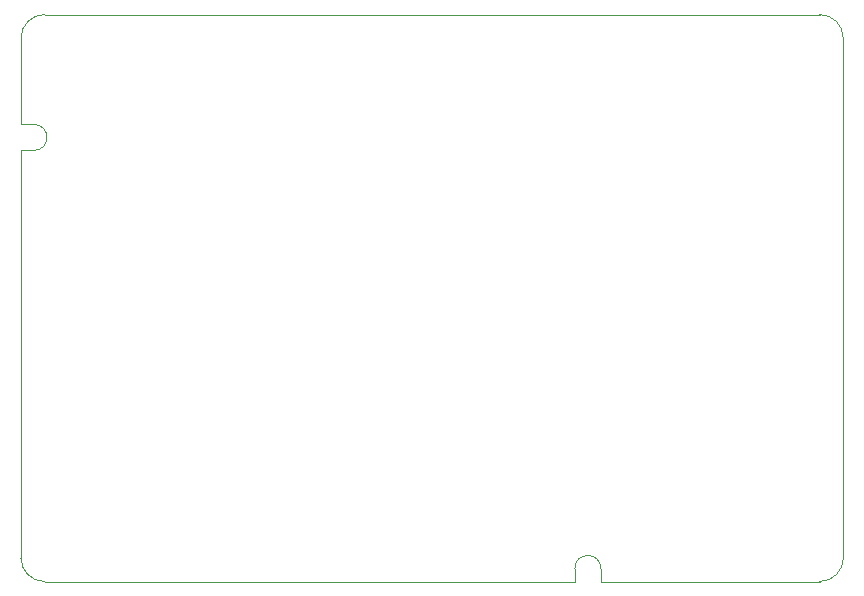
<source format=gm1>
G04 #@! TF.GenerationSoftware,KiCad,Pcbnew,8.0.2*
G04 #@! TF.CreationDate,2024-05-22T22:05:33+08:00*
G04 #@! TF.ProjectId,pppc_usb_hub,70707063-5f75-4736-925f-6875622e6b69,rev?*
G04 #@! TF.SameCoordinates,Original*
G04 #@! TF.FileFunction,Profile,NP*
%FSLAX46Y46*%
G04 Gerber Fmt 4.6, Leading zero omitted, Abs format (unit mm)*
G04 Created by KiCad (PCBNEW 8.0.2) date 2024-05-22 22:05:33*
%MOMM*%
%LPD*%
G01*
G04 APERTURE LIST*
G04 #@! TA.AperFunction,Profile*
%ADD10C,0.050000*%
G04 #@! TD*
G04 APERTURE END LIST*
D10*
X149035786Y-103700000D02*
G75*
G02*
X147035786Y-105699986I-1999986J0D01*
G01*
X126300000Y-104600000D02*
X126300000Y-105700000D01*
X81400000Y-105700000D02*
G75*
G02*
X79400000Y-103700000I0J2000000D01*
G01*
X80500000Y-67000000D02*
X79400000Y-67000000D01*
X79400000Y-67000000D02*
X79400000Y-59700000D01*
X79400000Y-103700000D02*
X79400000Y-69200000D01*
X126300000Y-104600000D02*
G75*
G02*
X128500000Y-104600000I1100000J0D01*
G01*
X149035786Y-103700000D02*
X149035786Y-59700000D01*
X147035786Y-57700000D02*
G75*
G02*
X149035800Y-59700000I14J-2000000D01*
G01*
X128500000Y-105700000D02*
X145900000Y-105700000D01*
X81400000Y-57700000D02*
X147035786Y-57700000D01*
X80500000Y-69200000D02*
X79400000Y-69200000D01*
X128500000Y-104600000D02*
X128500000Y-105700000D01*
X145900000Y-105700000D02*
X147035786Y-105700000D01*
X80500000Y-67000000D02*
G75*
G02*
X80500000Y-69200000I0J-1100000D01*
G01*
X126300000Y-105700000D02*
X81400000Y-105700000D01*
X79400000Y-59700000D02*
G75*
G02*
X81400000Y-57700000I2000000J0D01*
G01*
M02*

</source>
